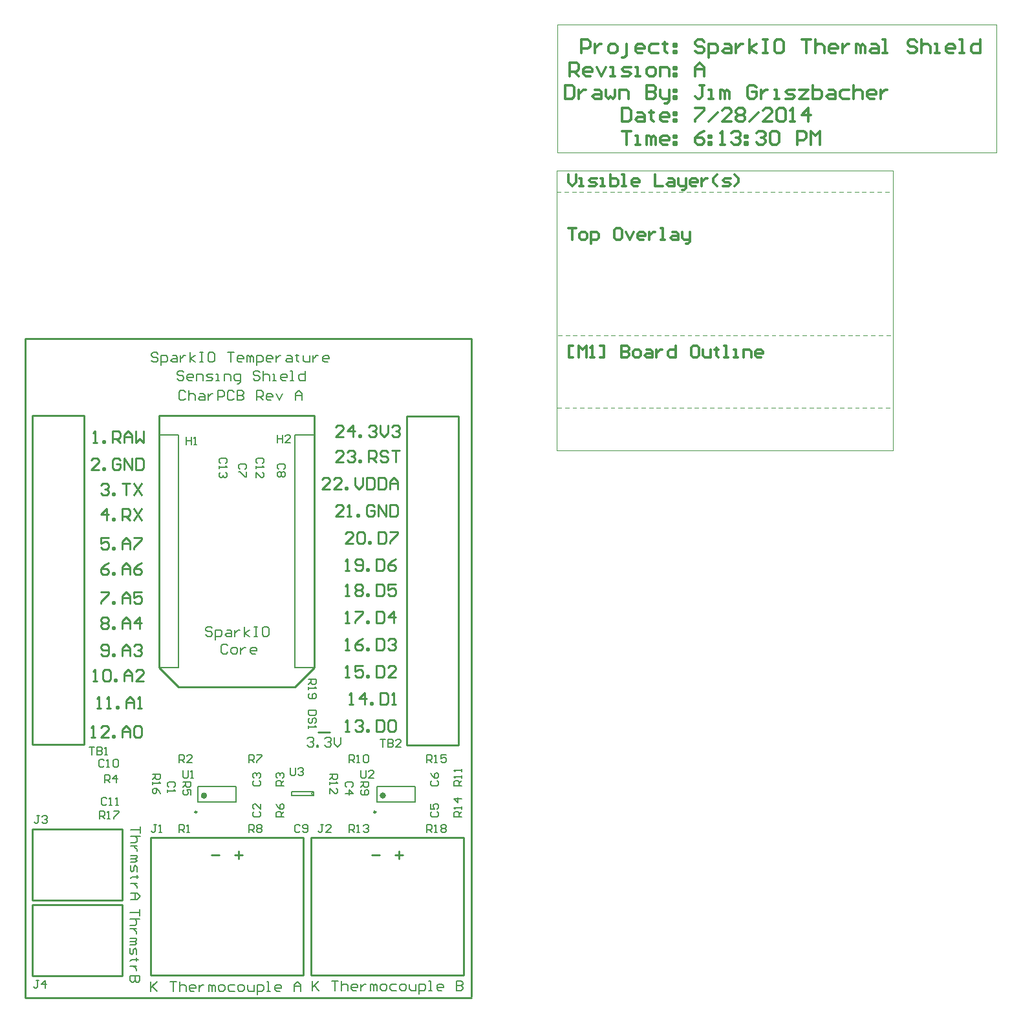
<source format=gto>
%FSLAX25Y25*%
%MOIN*%
G70*
G01*
G75*
%ADD10R,0.02559X0.03740*%
G04:AMPARAMS|DCode=11|XSize=37.4mil|YSize=25.59mil|CornerRadius=6.4mil|HoleSize=0mil|Usage=FLASHONLY|Rotation=270.000|XOffset=0mil|YOffset=0mil|HoleType=Round|Shape=RoundedRectangle|*
%AMROUNDEDRECTD11*
21,1,0.03740,0.01280,0,0,270.0*
21,1,0.02461,0.02559,0,0,270.0*
1,1,0.01280,-0.00640,-0.01230*
1,1,0.01280,-0.00640,0.01230*
1,1,0.01280,0.00640,0.01230*
1,1,0.01280,0.00640,-0.01230*
%
%ADD11ROUNDEDRECTD11*%
%ADD12O,0.02362X0.07480*%
%ADD13R,0.03900X0.04300*%
%ADD14C,0.04000*%
%ADD15R,0.04300X0.03900*%
%ADD16C,0.01000*%
%ADD17C,0.01500*%
%ADD18C,0.02000*%
%ADD19C,0.01200*%
%ADD20C,0.00394*%
%ADD21C,0.07087*%
%ADD22R,0.07087X0.07087*%
%ADD23C,0.09449*%
%ADD24C,0.05906*%
%ADD25R,0.05906X0.05906*%
%ADD26C,0.08661*%
%ADD27C,0.31496*%
%ADD28C,0.01800*%
%ADD29C,0.00787*%
%ADD30C,0.00984*%
%ADD31C,0.01575*%
%ADD32C,0.00700*%
%ADD33C,0.00800*%
D16*
X407614Y392685D02*
X434386D01*
Y223000D02*
Y392685D01*
X407614Y223000D02*
Y392685D01*
Y223000D02*
X434386D01*
X358268Y175197D02*
X437008D01*
X358268Y104354D02*
Y175197D01*
Y104354D02*
X437008D01*
Y175197D01*
X260906Y104100D02*
Y140654D01*
X214646Y104100D02*
X260906D01*
X214646D02*
Y140654D01*
X260906D01*
X214614Y223315D02*
X241386D01*
X214614D02*
Y393000D01*
X241386Y223315D02*
Y393000D01*
X214614D02*
X241386D01*
X260906Y143100D02*
Y179654D01*
X214646Y143100D02*
X260906D01*
X214646D02*
Y179654D01*
X260906D01*
X275590Y175197D02*
X354331D01*
X275590Y104354D02*
Y175197D01*
Y104354D02*
X354331D01*
Y175197D01*
X361900Y229700D02*
X368100D01*
X360000Y263000D02*
Y393000D01*
X350000Y253000D02*
X360000Y263000D01*
X290000Y253000D02*
X350000D01*
X280000Y263000D02*
X290000Y253000D01*
X280000Y263000D02*
Y393000D01*
X360000D01*
X389764Y166385D02*
X393762D01*
X401575D02*
X405574D01*
X403574Y168384D02*
Y164385D01*
X307087Y166385D02*
X311085D01*
X318898D02*
X322896D01*
X320897Y168384D02*
Y164385D01*
X376000Y230000D02*
X377999D01*
X377000D01*
Y235998D01*
X376000Y234998D01*
X380998D02*
X381998Y235998D01*
X383997D01*
X384997Y234998D01*
Y233999D01*
X383997Y232999D01*
X382998D01*
X383997D01*
X384997Y231999D01*
Y231000D01*
X383997Y230000D01*
X381998D01*
X380998Y231000D01*
X386996Y230000D02*
Y231000D01*
X387996D01*
Y230000D01*
X386996D01*
X391995Y235998D02*
Y230000D01*
X394994D01*
X395993Y231000D01*
Y234998D01*
X394994Y235998D01*
X391995D01*
X397993Y234998D02*
X398993Y235998D01*
X400992D01*
X401992Y234998D01*
Y231000D01*
X400992Y230000D01*
X398993D01*
X397993Y231000D01*
Y234998D01*
X378000Y244000D02*
X379999D01*
X379000D01*
Y249998D01*
X378000Y248998D01*
X385997Y244000D02*
Y249998D01*
X382998Y246999D01*
X386997D01*
X388996Y244000D02*
Y245000D01*
X389996D01*
Y244000D01*
X388996D01*
X393995Y249998D02*
Y244000D01*
X396994D01*
X397993Y245000D01*
Y248998D01*
X396994Y249998D01*
X393995D01*
X399993Y244000D02*
X401992D01*
X400993D01*
Y249998D01*
X399993Y248998D01*
X376000Y258000D02*
X377999D01*
X377000D01*
Y263998D01*
X376000Y262998D01*
X384997Y263998D02*
X380998D01*
Y260999D01*
X382998Y261999D01*
X383997D01*
X384997Y260999D01*
Y259000D01*
X383997Y258000D01*
X381998D01*
X380998Y259000D01*
X386996Y258000D02*
Y259000D01*
X387996D01*
Y258000D01*
X386996D01*
X391995Y263998D02*
Y258000D01*
X394994D01*
X395993Y259000D01*
Y262998D01*
X394994Y263998D01*
X391995D01*
X401992Y258000D02*
X397993D01*
X401992Y261999D01*
Y262998D01*
X400992Y263998D01*
X398993D01*
X397993Y262998D01*
X376000Y272000D02*
X377999D01*
X377000D01*
Y277998D01*
X376000Y276998D01*
X384997Y277998D02*
X382998Y276998D01*
X380998Y274999D01*
Y273000D01*
X381998Y272000D01*
X383997D01*
X384997Y273000D01*
Y273999D01*
X383997Y274999D01*
X380998D01*
X386996Y272000D02*
Y273000D01*
X387996D01*
Y272000D01*
X386996D01*
X391995Y277998D02*
Y272000D01*
X394994D01*
X395993Y273000D01*
Y276998D01*
X394994Y277998D01*
X391995D01*
X397993Y276998D02*
X398993Y277998D01*
X400992D01*
X401992Y276998D01*
Y275999D01*
X400992Y274999D01*
X399992D01*
X400992D01*
X401992Y273999D01*
Y273000D01*
X400992Y272000D01*
X398993D01*
X397993Y273000D01*
X376000Y286000D02*
X377999D01*
X377000D01*
Y291998D01*
X376000Y290998D01*
X380998Y291998D02*
X384997D01*
Y290998D01*
X380998Y287000D01*
Y286000D01*
X386996D02*
Y287000D01*
X387996D01*
Y286000D01*
X386996D01*
X391995Y291998D02*
Y286000D01*
X394994D01*
X395993Y287000D01*
Y290998D01*
X394994Y291998D01*
X391995D01*
X400992Y286000D02*
Y291998D01*
X397993Y288999D01*
X401992D01*
X376000Y300000D02*
X377999D01*
X377000D01*
Y305998D01*
X376000Y304998D01*
X380998D02*
X381998Y305998D01*
X383997D01*
X384997Y304998D01*
Y303999D01*
X383997Y302999D01*
X384997Y301999D01*
Y301000D01*
X383997Y300000D01*
X381998D01*
X380998Y301000D01*
Y301999D01*
X381998Y302999D01*
X380998Y303999D01*
Y304998D01*
X381998Y302999D02*
X383997D01*
X386996Y300000D02*
Y301000D01*
X387996D01*
Y300000D01*
X386996D01*
X391995Y305998D02*
Y300000D01*
X394994D01*
X395993Y301000D01*
Y304998D01*
X394994Y305998D01*
X391995D01*
X401992D02*
X397993D01*
Y302999D01*
X399992Y303999D01*
X400992D01*
X401992Y302999D01*
Y301000D01*
X400992Y300000D01*
X398993D01*
X397993Y301000D01*
X376000Y313000D02*
X377999D01*
X377000D01*
Y318998D01*
X376000Y317998D01*
X380998Y314000D02*
X381998Y313000D01*
X383997D01*
X384997Y314000D01*
Y317998D01*
X383997Y318998D01*
X381998D01*
X380998Y317998D01*
Y316999D01*
X381998Y315999D01*
X384997D01*
X386996Y313000D02*
Y314000D01*
X387996D01*
Y313000D01*
X386996D01*
X391995Y318998D02*
Y313000D01*
X394994D01*
X395993Y314000D01*
Y317998D01*
X394994Y318998D01*
X391995D01*
X401992D02*
X399992Y317998D01*
X397993Y315999D01*
Y314000D01*
X398993Y313000D01*
X400992D01*
X401992Y314000D01*
Y314999D01*
X400992Y315999D01*
X397993D01*
X379999Y327000D02*
X376000D01*
X379999Y330999D01*
Y331998D01*
X378999Y332998D01*
X377000D01*
X376000Y331998D01*
X381998D02*
X382998Y332998D01*
X384997D01*
X385997Y331998D01*
Y328000D01*
X384997Y327000D01*
X382998D01*
X381998Y328000D01*
Y331998D01*
X387996Y327000D02*
Y328000D01*
X388996D01*
Y327000D01*
X387996D01*
X392994Y332998D02*
Y327000D01*
X395993D01*
X396993Y328000D01*
Y331998D01*
X395993Y332998D01*
X392994D01*
X398993D02*
X402991D01*
Y331998D01*
X398993Y328000D01*
Y327000D01*
X374999Y341000D02*
X371000D01*
X374999Y344999D01*
Y345998D01*
X373999Y346998D01*
X372000D01*
X371000Y345998D01*
X376998Y341000D02*
X378997D01*
X377998D01*
Y346998D01*
X376998Y345998D01*
X381996Y341000D02*
Y342000D01*
X382996D01*
Y341000D01*
X381996D01*
X390993Y345998D02*
X389994Y346998D01*
X387995D01*
X386995Y345998D01*
Y342000D01*
X387995Y341000D01*
X389994D01*
X390993Y342000D01*
Y343999D01*
X388994D01*
X392993Y341000D02*
Y346998D01*
X396992Y341000D01*
Y346998D01*
X398991D02*
Y341000D01*
X401990D01*
X402990Y342000D01*
Y345998D01*
X401990Y346998D01*
X398991D01*
X367999Y355000D02*
X364000D01*
X367999Y358999D01*
Y359998D01*
X366999Y360998D01*
X365000D01*
X364000Y359998D01*
X373997Y355000D02*
X369998D01*
X373997Y358999D01*
Y359998D01*
X372997Y360998D01*
X370998D01*
X369998Y359998D01*
X375996Y355000D02*
Y356000D01*
X376996D01*
Y355000D01*
X375996D01*
X380995Y360998D02*
Y356999D01*
X382994Y355000D01*
X384993Y356999D01*
Y360998D01*
X386993D02*
Y355000D01*
X389992D01*
X390991Y356000D01*
Y359998D01*
X389992Y360998D01*
X386993D01*
X392991D02*
Y355000D01*
X395990D01*
X396989Y356000D01*
Y359998D01*
X395990Y360998D01*
X392991D01*
X398989Y355000D02*
Y358999D01*
X400988Y360998D01*
X402987Y358999D01*
Y355000D01*
Y357999D01*
X398989D01*
X374999Y369000D02*
X371000D01*
X374999Y372999D01*
Y373998D01*
X373999Y374998D01*
X372000D01*
X371000Y373998D01*
X376998D02*
X377998Y374998D01*
X379997D01*
X380997Y373998D01*
Y372999D01*
X379997Y371999D01*
X378997D01*
X379997D01*
X380997Y370999D01*
Y370000D01*
X379997Y369000D01*
X377998D01*
X376998Y370000D01*
X382996Y369000D02*
Y370000D01*
X383996D01*
Y369000D01*
X382996D01*
X387995D02*
Y374998D01*
X390993D01*
X391993Y373998D01*
Y371999D01*
X390993Y370999D01*
X387995D01*
X389994D02*
X391993Y369000D01*
X397991Y373998D02*
X396992Y374998D01*
X394992D01*
X393993Y373998D01*
Y372999D01*
X394992Y371999D01*
X396992D01*
X397991Y370999D01*
Y370000D01*
X396992Y369000D01*
X394992D01*
X393993Y370000D01*
X399991Y374998D02*
X403989D01*
X401990D01*
Y369000D01*
X374999Y382000D02*
X371000D01*
X374999Y385999D01*
Y386998D01*
X373999Y387998D01*
X372000D01*
X371000Y386998D01*
X379997Y382000D02*
Y387998D01*
X376998Y384999D01*
X380997D01*
X382996Y382000D02*
Y383000D01*
X383996D01*
Y382000D01*
X382996D01*
X387995Y386998D02*
X388994Y387998D01*
X390993D01*
X391993Y386998D01*
Y385999D01*
X390993Y384999D01*
X389994D01*
X390993D01*
X391993Y383999D01*
Y383000D01*
X390993Y382000D01*
X388994D01*
X387995Y383000D01*
X393993Y387998D02*
Y383999D01*
X395992Y382000D01*
X397991Y383999D01*
Y387998D01*
X399991Y386998D02*
X400990Y387998D01*
X402990D01*
X403989Y386998D01*
Y385999D01*
X402990Y384999D01*
X401990D01*
X402990D01*
X403989Y383999D01*
Y383000D01*
X402990Y382000D01*
X400990D01*
X399991Y383000D01*
X245000Y227000D02*
X246999D01*
X246000D01*
Y232998D01*
X245000Y231998D01*
X253997Y227000D02*
X249998D01*
X253997Y230999D01*
Y231998D01*
X252997Y232998D01*
X250998D01*
X249998Y231998D01*
X255996Y227000D02*
Y228000D01*
X256996D01*
Y227000D01*
X255996D01*
X260995D02*
Y230999D01*
X262994Y232998D01*
X264994Y230999D01*
Y227000D01*
Y229999D01*
X260995D01*
X266993Y231998D02*
X267993Y232998D01*
X269992D01*
X270992Y231998D01*
Y228000D01*
X269992Y227000D01*
X267993D01*
X266993Y228000D01*
Y231998D01*
X248000Y242000D02*
X249999D01*
X249000D01*
Y247998D01*
X248000Y246998D01*
X252998Y242000D02*
X254998D01*
X253998D01*
Y247998D01*
X252998Y246998D01*
X257997Y242000D02*
Y243000D01*
X258996D01*
Y242000D01*
X257997D01*
X262995D02*
Y245999D01*
X264995Y247998D01*
X266994Y245999D01*
Y242000D01*
Y244999D01*
X262995D01*
X268993Y242000D02*
X270992D01*
X269993D01*
Y247998D01*
X268993Y246998D01*
X246000Y256000D02*
X247999D01*
X247000D01*
Y261998D01*
X246000Y260998D01*
X250998D02*
X251998Y261998D01*
X253997D01*
X254997Y260998D01*
Y257000D01*
X253997Y256000D01*
X251998D01*
X250998Y257000D01*
Y260998D01*
X256996Y256000D02*
Y257000D01*
X257996D01*
Y256000D01*
X256996D01*
X261995D02*
Y259999D01*
X263994Y261998D01*
X265993Y259999D01*
Y256000D01*
Y258999D01*
X261995D01*
X271992Y256000D02*
X267993D01*
X271992Y259999D01*
Y260998D01*
X270992Y261998D01*
X268993D01*
X267993Y260998D01*
X250000Y270000D02*
X251000Y269000D01*
X252999D01*
X253999Y270000D01*
Y273998D01*
X252999Y274998D01*
X251000D01*
X250000Y273998D01*
Y272999D01*
X251000Y271999D01*
X253999D01*
X255998Y269000D02*
Y270000D01*
X256998D01*
Y269000D01*
X255998D01*
X260996D02*
Y272999D01*
X262996Y274998D01*
X264995Y272999D01*
Y269000D01*
Y271999D01*
X260996D01*
X266995Y273998D02*
X267994Y274998D01*
X269993D01*
X270993Y273998D01*
Y272999D01*
X269993Y271999D01*
X268994D01*
X269993D01*
X270993Y270999D01*
Y270000D01*
X269993Y269000D01*
X267994D01*
X266995Y270000D01*
X250000Y287998D02*
X251000Y288998D01*
X252999D01*
X253999Y287998D01*
Y286999D01*
X252999Y285999D01*
X253999Y284999D01*
Y284000D01*
X252999Y283000D01*
X251000D01*
X250000Y284000D01*
Y284999D01*
X251000Y285999D01*
X250000Y286999D01*
Y287998D01*
X251000Y285999D02*
X252999D01*
X255998Y283000D02*
Y284000D01*
X256998D01*
Y283000D01*
X255998D01*
X260996D02*
Y286999D01*
X262996Y288998D01*
X264995Y286999D01*
Y283000D01*
Y285999D01*
X260996D01*
X269993Y283000D02*
Y288998D01*
X266995Y285999D01*
X270993D01*
X250000Y301998D02*
X253999D01*
Y300998D01*
X250000Y297000D01*
Y296000D01*
X255998D02*
Y297000D01*
X256998D01*
Y296000D01*
X255998D01*
X260996D02*
Y299999D01*
X262996Y301998D01*
X264995Y299999D01*
Y296000D01*
Y298999D01*
X260996D01*
X270993Y301998D02*
X266995D01*
Y298999D01*
X268994Y299999D01*
X269993D01*
X270993Y298999D01*
Y297000D01*
X269993Y296000D01*
X267994D01*
X266995Y297000D01*
X253999Y316998D02*
X251999Y315998D01*
X250000Y313999D01*
Y312000D01*
X251000Y311000D01*
X252999D01*
X253999Y312000D01*
Y312999D01*
X252999Y313999D01*
X250000D01*
X255998Y311000D02*
Y312000D01*
X256998D01*
Y311000D01*
X255998D01*
X260996D02*
Y314999D01*
X262996Y316998D01*
X264995Y314999D01*
Y311000D01*
Y313999D01*
X260996D01*
X270993Y316998D02*
X268994Y315998D01*
X266995Y313999D01*
Y312000D01*
X267994Y311000D01*
X269993D01*
X270993Y312000D01*
Y312999D01*
X269993Y313999D01*
X266995D01*
X253999Y329998D02*
X250000D01*
Y326999D01*
X251999Y327999D01*
X252999D01*
X253999Y326999D01*
Y325000D01*
X252999Y324000D01*
X251000D01*
X250000Y325000D01*
X255998Y324000D02*
Y325000D01*
X256998D01*
Y324000D01*
X255998D01*
X260996D02*
Y327999D01*
X262996Y329998D01*
X264995Y327999D01*
Y324000D01*
Y326999D01*
X260996D01*
X266995Y329998D02*
X270993D01*
Y328998D01*
X266995Y325000D01*
Y324000D01*
X252999Y339000D02*
Y344998D01*
X250000Y341999D01*
X253999D01*
X255998Y339000D02*
Y340000D01*
X256998D01*
Y339000D01*
X255998D01*
X260996D02*
Y344998D01*
X263996D01*
X264995Y343998D01*
Y341999D01*
X263996Y340999D01*
X260996D01*
X262996D02*
X264995Y339000D01*
X266995Y344998D02*
X270993Y339000D01*
Y344998D02*
X266995Y339000D01*
X250000Y356998D02*
X251000Y357998D01*
X252999D01*
X253999Y356998D01*
Y355999D01*
X252999Y354999D01*
X251999D01*
X252999D01*
X253999Y353999D01*
Y353000D01*
X252999Y352000D01*
X251000D01*
X250000Y353000D01*
X255998Y352000D02*
Y353000D01*
X256998D01*
Y352000D01*
X255998D01*
X260996Y357998D02*
X264995D01*
X262996D01*
Y352000D01*
X266995Y357998D02*
X270993Y352000D01*
Y357998D02*
X266995Y352000D01*
X248999Y365000D02*
X245000D01*
X248999Y368999D01*
Y369998D01*
X247999Y370998D01*
X246000D01*
X245000Y369998D01*
X250998Y365000D02*
Y366000D01*
X251998D01*
Y365000D01*
X250998D01*
X259995Y369998D02*
X258996Y370998D01*
X256996D01*
X255996Y369998D01*
Y366000D01*
X256996Y365000D01*
X258996D01*
X259995Y366000D01*
Y367999D01*
X257996D01*
X261995Y365000D02*
Y370998D01*
X265993Y365000D01*
Y370998D01*
X267993D02*
Y365000D01*
X270992D01*
X271991Y366000D01*
Y369998D01*
X270992Y370998D01*
X267993D01*
X246000Y379000D02*
X247999D01*
X247000D01*
Y384998D01*
X246000Y383998D01*
X250998Y379000D02*
Y380000D01*
X251998D01*
Y379000D01*
X250998D01*
X255997D02*
Y384998D01*
X258996D01*
X259996Y383998D01*
Y381999D01*
X258996Y380999D01*
X255997D01*
X257996D02*
X259996Y379000D01*
X261995D02*
Y382999D01*
X263994Y384998D01*
X265993Y382999D01*
Y379000D01*
Y381999D01*
X261995D01*
X267993Y384998D02*
Y379000D01*
X269992Y380999D01*
X271992Y379000D01*
Y384998D01*
X211000Y92700D02*
Y432700D01*
X441000D01*
Y93200D02*
Y432700D01*
X211000Y92700D02*
X441000D01*
D19*
X490800Y489498D02*
X494799D01*
X492799D01*
Y483500D01*
X497798D02*
X499797D01*
X500797Y484500D01*
Y486499D01*
X499797Y487499D01*
X497798D01*
X496798Y486499D01*
Y484500D01*
X497798Y483500D01*
X502796Y481501D02*
Y487499D01*
X505795D01*
X506795Y486499D01*
Y484500D01*
X505795Y483500D01*
X502796D01*
X517791Y489498D02*
X515792D01*
X514792Y488498D01*
Y484500D01*
X515792Y483500D01*
X517791D01*
X518791Y484500D01*
Y488498D01*
X517791Y489498D01*
X520790Y487499D02*
X522790Y483500D01*
X524789Y487499D01*
X529787Y483500D02*
X527788D01*
X526788Y484500D01*
Y486499D01*
X527788Y487499D01*
X529787D01*
X530787Y486499D01*
Y485499D01*
X526788D01*
X532786Y487499D02*
Y483500D01*
Y485499D01*
X533786Y486499D01*
X534786Y487499D01*
X535785D01*
X538785Y483500D02*
X540784D01*
X539784D01*
Y489498D01*
X538785D01*
X544782Y487499D02*
X546782D01*
X547782Y486499D01*
Y483500D01*
X544782D01*
X543783Y484500D01*
X544782Y485499D01*
X547782D01*
X549781Y487499D02*
Y484500D01*
X550781Y483500D01*
X553780D01*
Y482500D01*
X552780Y481501D01*
X551780D01*
X553780Y483500D02*
Y487499D01*
X556329Y551495D02*
X560994D01*
Y550329D01*
X556329Y545664D01*
Y544498D01*
X563327D02*
X567992Y549163D01*
X574990Y544498D02*
X570325D01*
X574990Y549163D01*
Y550329D01*
X573823Y551495D01*
X571491D01*
X570325Y550329D01*
X577322D02*
X578489Y551495D01*
X580821D01*
X581987Y550329D01*
Y549163D01*
X580821Y547997D01*
X581987Y546830D01*
Y545664D01*
X580821Y544498D01*
X578489D01*
X577322Y545664D01*
Y546830D01*
X578489Y547997D01*
X577322Y549163D01*
Y550329D01*
X578489Y547997D02*
X580821D01*
X584320Y544498D02*
X588985Y549163D01*
X595983Y544498D02*
X591318D01*
X595983Y549163D01*
Y550329D01*
X594817Y551495D01*
X592484D01*
X591318Y550329D01*
X598315D02*
X599482Y551495D01*
X601814D01*
X602981Y550329D01*
Y545664D01*
X601814Y544498D01*
X599482D01*
X598315Y545664D01*
Y550329D01*
X605313Y544498D02*
X607646D01*
X606480D01*
Y551495D01*
X605313Y550329D01*
X614644Y544498D02*
Y551495D01*
X611145Y547997D01*
X615810D01*
X560994Y539684D02*
X558662Y538518D01*
X556329Y536186D01*
Y533853D01*
X557495Y532687D01*
X559828D01*
X560994Y533853D01*
Y535019D01*
X559828Y536186D01*
X556329D01*
X563327Y537352D02*
X564493D01*
Y536186D01*
X563327D01*
Y537352D01*
Y533853D02*
X564493D01*
Y532687D01*
X563327D01*
Y533853D01*
X569158Y532687D02*
X571491D01*
X570325D01*
Y539684D01*
X569158Y538518D01*
X574990D02*
X576156Y539684D01*
X578489D01*
X579655Y538518D01*
Y537352D01*
X578489Y536186D01*
X577322D01*
X578489D01*
X579655Y535019D01*
Y533853D01*
X578489Y532687D01*
X576156D01*
X574990Y533853D01*
X581987Y537352D02*
X583154D01*
Y536186D01*
X581987D01*
Y537352D01*
Y533853D02*
X583154D01*
Y532687D01*
X581987D01*
Y533853D01*
X587819Y538518D02*
X588985Y539684D01*
X591318D01*
X592484Y538518D01*
Y537352D01*
X591318Y536186D01*
X590152D01*
X591318D01*
X592484Y535019D01*
Y533853D01*
X591318Y532687D01*
X588985D01*
X587819Y533853D01*
X594817Y538518D02*
X595983Y539684D01*
X598315D01*
X599482Y538518D01*
Y533853D01*
X598315Y532687D01*
X595983D01*
X594817Y533853D01*
Y538518D01*
X608812Y532687D02*
Y539684D01*
X612311D01*
X613477Y538518D01*
Y536186D01*
X612311Y535019D01*
X608812D01*
X615810Y532687D02*
Y539684D01*
X618143Y537352D01*
X620475Y539684D01*
Y532687D01*
X560994Y563306D02*
X558662D01*
X559828D01*
Y557475D01*
X558662Y556309D01*
X557495D01*
X556329Y557475D01*
X563327Y556309D02*
X565659D01*
X564493D01*
Y560974D01*
X563327D01*
X569158Y556309D02*
Y560974D01*
X570325D01*
X571491Y559807D01*
Y556309D01*
Y559807D01*
X572657Y560974D01*
X573823Y559807D01*
Y556309D01*
X587819Y562140D02*
X586653Y563306D01*
X584320D01*
X583154Y562140D01*
Y557475D01*
X584320Y556309D01*
X586653D01*
X587819Y557475D01*
Y559807D01*
X585486D01*
X590152Y560974D02*
Y556309D01*
Y558641D01*
X591318Y559807D01*
X592484Y560974D01*
X593650D01*
X597149Y556309D02*
X599482D01*
X598315D01*
Y560974D01*
X597149D01*
X602981Y556309D02*
X606480D01*
X607646Y557475D01*
X606480Y558641D01*
X604147D01*
X602981Y559807D01*
X604147Y560974D01*
X607646D01*
X609978D02*
X614644D01*
X609978Y556309D01*
X614644D01*
X616976Y563306D02*
Y556309D01*
X620475D01*
X621641Y557475D01*
Y558641D01*
Y559807D01*
X620475Y560974D01*
X616976D01*
X625140D02*
X627473D01*
X628639Y559807D01*
Y556309D01*
X625140D01*
X623974Y557475D01*
X625140Y558641D01*
X628639D01*
X635637Y560974D02*
X632138D01*
X630972Y559807D01*
Y557475D01*
X632138Y556309D01*
X635637D01*
X637969Y563306D02*
Y556309D01*
Y559807D01*
X639136Y560974D01*
X641468D01*
X642634Y559807D01*
Y556309D01*
X648466D02*
X646133D01*
X644967Y557475D01*
Y559807D01*
X646133Y560974D01*
X648466D01*
X649632Y559807D01*
Y558641D01*
X644967D01*
X651965Y560974D02*
Y556309D01*
Y558641D01*
X653131Y559807D01*
X654297Y560974D01*
X655464D01*
X556329Y568120D02*
Y572785D01*
X558662Y575117D01*
X560994Y572785D01*
Y568120D01*
Y571619D01*
X556329D01*
X560994Y585762D02*
X559828Y586928D01*
X557495D01*
X556329Y585762D01*
Y584596D01*
X557495Y583430D01*
X559828D01*
X560994Y582263D01*
Y581097D01*
X559828Y579931D01*
X557495D01*
X556329Y581097D01*
X563327Y577598D02*
Y584596D01*
X566826D01*
X567992Y583430D01*
Y581097D01*
X566826Y579931D01*
X563327D01*
X571491Y584596D02*
X573823D01*
X574990Y583430D01*
Y579931D01*
X571491D01*
X570325Y581097D01*
X571491Y582263D01*
X574990D01*
X577322Y584596D02*
Y579931D01*
Y582263D01*
X578489Y583430D01*
X579655Y584596D01*
X580821D01*
X584320Y579931D02*
Y586928D01*
Y582263D02*
X587819Y584596D01*
X584320Y582263D02*
X587819Y579931D01*
X591318Y586928D02*
X593650D01*
X592484D01*
Y579931D01*
X591318D01*
X593650D01*
X600648Y586928D02*
X598315D01*
X597149Y585762D01*
Y581097D01*
X598315Y579931D01*
X600648D01*
X601814Y581097D01*
Y585762D01*
X600648Y586928D01*
X611145D02*
X615810D01*
X613477D01*
Y579931D01*
X618143Y586928D02*
Y579931D01*
Y583430D01*
X619309Y584596D01*
X621641D01*
X622808Y583430D01*
Y579931D01*
X628639D02*
X626306D01*
X625140Y581097D01*
Y583430D01*
X626306Y584596D01*
X628639D01*
X629805Y583430D01*
Y582263D01*
X625140D01*
X632138Y584596D02*
Y579931D01*
Y582263D01*
X633304Y583430D01*
X634471Y584596D01*
X635637D01*
X639136Y579931D02*
Y584596D01*
X640302D01*
X641468Y583430D01*
Y579931D01*
Y583430D01*
X642634Y584596D01*
X643801Y583430D01*
Y579931D01*
X647300Y584596D02*
X649632D01*
X650799Y583430D01*
Y579931D01*
X647300D01*
X646133Y581097D01*
X647300Y582263D01*
X650799D01*
X653131Y579931D02*
X655464D01*
X654297D01*
Y586928D01*
X653131D01*
X670625Y585762D02*
X669459Y586928D01*
X667127D01*
X665960Y585762D01*
Y584596D01*
X667127Y583430D01*
X669459D01*
X670625Y582263D01*
Y581097D01*
X669459Y579931D01*
X667127D01*
X665960Y581097D01*
X672958Y586928D02*
Y579931D01*
Y583430D01*
X674124Y584596D01*
X676457D01*
X677623Y583430D01*
Y579931D01*
X679956D02*
X682288D01*
X681122D01*
Y584596D01*
X679956D01*
X689286Y579931D02*
X686954D01*
X685787Y581097D01*
Y583430D01*
X686954Y584596D01*
X689286D01*
X690452Y583430D01*
Y582263D01*
X685787D01*
X692785Y579931D02*
X695118D01*
X693951D01*
Y586928D01*
X692785D01*
X703282D02*
Y579931D01*
X699783D01*
X698617Y581097D01*
Y583430D01*
X699783Y584596D01*
X703282D01*
X518557Y539684D02*
X523222D01*
X520890D01*
Y532687D01*
X525555D02*
X527887D01*
X526721D01*
Y537352D01*
X525555D01*
X531386Y532687D02*
Y537352D01*
X532553D01*
X533719Y536186D01*
Y532687D01*
Y536186D01*
X534885Y537352D01*
X536052Y536186D01*
Y532687D01*
X541883D02*
X539550D01*
X538384Y533853D01*
Y536186D01*
X539550Y537352D01*
X541883D01*
X543049Y536186D01*
Y535019D01*
X538384D01*
X545382Y537352D02*
X546548D01*
Y536186D01*
X545382D01*
Y537352D01*
Y533853D02*
X546548D01*
Y532687D01*
X545382D01*
Y533853D01*
X518557Y551495D02*
Y544498D01*
X522056D01*
X523222Y545664D01*
Y550329D01*
X522056Y551495D01*
X518557D01*
X526721Y549163D02*
X529054D01*
X530220Y547997D01*
Y544498D01*
X526721D01*
X525555Y545664D01*
X526721Y546830D01*
X530220D01*
X533719Y550329D02*
Y549163D01*
X532553D01*
X534885D01*
X533719D01*
Y545664D01*
X534885Y544498D01*
X541883D02*
X539550D01*
X538384Y545664D01*
Y547997D01*
X539550Y549163D01*
X541883D01*
X543049Y547997D01*
Y546830D01*
X538384D01*
X545382Y549163D02*
X546548D01*
Y547997D01*
X545382D01*
Y549163D01*
Y545664D02*
X546548D01*
Y544498D01*
X545382D01*
Y545664D01*
X489400Y563306D02*
Y556309D01*
X492899D01*
X494065Y557475D01*
Y562140D01*
X492899Y563306D01*
X489400D01*
X496398Y560974D02*
Y556309D01*
Y558641D01*
X497564Y559807D01*
X498730Y560974D01*
X499897D01*
X504562D02*
X506894D01*
X508061Y559807D01*
Y556309D01*
X504562D01*
X503395Y557475D01*
X504562Y558641D01*
X508061D01*
X510393Y560974D02*
Y557475D01*
X511559Y556309D01*
X512726Y557475D01*
X513892Y556309D01*
X515058Y557475D01*
Y560974D01*
X517391Y556309D02*
Y560974D01*
X520890D01*
X522056Y559807D01*
Y556309D01*
X531386Y563306D02*
Y556309D01*
X534885D01*
X536052Y557475D01*
Y558641D01*
X534885Y559807D01*
X531386D01*
X534885D01*
X536052Y560974D01*
Y562140D01*
X534885Y563306D01*
X531386D01*
X538384Y560974D02*
Y557475D01*
X539550Y556309D01*
X543049D01*
Y555142D01*
X541883Y553976D01*
X540717D01*
X543049Y556309D02*
Y560974D01*
X545382D02*
X546548D01*
Y559807D01*
X545382D01*
Y560974D01*
Y557475D02*
X546548D01*
Y556309D01*
X545382D01*
Y557475D01*
X491733Y568120D02*
Y575117D01*
X495231D01*
X496398Y573951D01*
Y571619D01*
X495231Y570452D01*
X491733D01*
X494065D02*
X496398Y568120D01*
X502229D02*
X499897D01*
X498730Y569286D01*
Y571619D01*
X499897Y572785D01*
X502229D01*
X503395Y571619D01*
Y570452D01*
X498730D01*
X505728Y572785D02*
X508061Y568120D01*
X510393Y572785D01*
X512726Y568120D02*
X515058D01*
X513892D01*
Y572785D01*
X512726D01*
X518557Y568120D02*
X522056D01*
X523222Y569286D01*
X522056Y570452D01*
X519724D01*
X518557Y571619D01*
X519724Y572785D01*
X523222D01*
X525555Y568120D02*
X527887D01*
X526721D01*
Y572785D01*
X525555D01*
X532553Y568120D02*
X534885D01*
X536052Y569286D01*
Y571619D01*
X534885Y572785D01*
X532553D01*
X531386Y571619D01*
Y569286D01*
X532553Y568120D01*
X538384D02*
Y572785D01*
X541883D01*
X543049Y571619D01*
Y568120D01*
X545382Y572785D02*
X546548D01*
Y571619D01*
X545382D01*
Y572785D01*
Y569286D02*
X546548D01*
Y568120D01*
X545382D01*
Y569286D01*
X497564Y579931D02*
Y586928D01*
X501063D01*
X502229Y585762D01*
Y583430D01*
X501063Y582263D01*
X497564D01*
X504562Y584596D02*
Y579931D01*
Y582263D01*
X505728Y583430D01*
X506894Y584596D01*
X508061D01*
X512726Y579931D02*
X515058D01*
X516225Y581097D01*
Y583430D01*
X515058Y584596D01*
X512726D01*
X511559Y583430D01*
Y581097D01*
X512726Y579931D01*
X518557Y577598D02*
X519724D01*
X520890Y578764D01*
Y584596D01*
X529054Y579931D02*
X526721D01*
X525555Y581097D01*
Y583430D01*
X526721Y584596D01*
X529054D01*
X530220Y583430D01*
Y582263D01*
X525555D01*
X537218Y584596D02*
X533719D01*
X532553Y583430D01*
Y581097D01*
X533719Y579931D01*
X537218D01*
X540717Y585762D02*
Y584596D01*
X539550D01*
X541883D01*
X540717D01*
Y581097D01*
X541883Y579931D01*
X545382Y584596D02*
X546548D01*
Y583430D01*
X545382D01*
Y584596D01*
Y581097D02*
X546548D01*
Y579931D01*
X545382D01*
Y581097D01*
X490800Y517378D02*
Y513379D01*
X492799Y511379D01*
X494799Y513379D01*
Y517378D01*
X496798Y511379D02*
X498797D01*
X497798D01*
Y515378D01*
X496798D01*
X501796Y511379D02*
X504796D01*
X505795Y512379D01*
X504796Y513379D01*
X502796D01*
X501796Y514378D01*
X502796Y515378D01*
X505795D01*
X507795Y511379D02*
X509794D01*
X508794D01*
Y515378D01*
X507795D01*
X512793Y517378D02*
Y511379D01*
X515792D01*
X516792Y512379D01*
Y513379D01*
Y514378D01*
X515792Y515378D01*
X512793D01*
X518791Y511379D02*
X520790D01*
X519791D01*
Y517378D01*
X518791D01*
X526788Y511379D02*
X524789D01*
X523789Y512379D01*
Y514378D01*
X524789Y515378D01*
X526788D01*
X527788Y514378D01*
Y513379D01*
X523789D01*
X535785Y517378D02*
Y511379D01*
X539784D01*
X542783Y515378D02*
X544782D01*
X545782Y514378D01*
Y511379D01*
X542783D01*
X541784Y512379D01*
X542783Y513379D01*
X545782D01*
X547782Y515378D02*
Y512379D01*
X548781Y511379D01*
X551780D01*
Y510380D01*
X550781Y509380D01*
X549781D01*
X551780Y511379D02*
Y515378D01*
X556779Y511379D02*
X554779D01*
X553780Y512379D01*
Y514378D01*
X554779Y515378D01*
X556779D01*
X557778Y514378D01*
Y513379D01*
X553780D01*
X559778Y515378D02*
Y511379D01*
Y513379D01*
X560777Y514378D01*
X561777Y515378D01*
X562777D01*
X567775Y511379D02*
X565776Y513379D01*
Y515378D01*
X567775Y517378D01*
X570774Y511379D02*
X573773D01*
X574773Y512379D01*
X573773Y513379D01*
X571774D01*
X570774Y514378D01*
X571774Y515378D01*
X574773D01*
X576772Y511379D02*
X578771Y513379D01*
Y515378D01*
X576772Y517378D01*
X493399Y422800D02*
X491400D01*
Y428798D01*
X493399D01*
X496398Y422800D02*
Y428798D01*
X498398Y426799D01*
X500397Y428798D01*
Y422800D01*
X502396D02*
X504396D01*
X503396D01*
Y428798D01*
X502396Y427798D01*
X507395Y422800D02*
X509394D01*
Y428798D01*
X507395D01*
X518391D02*
Y422800D01*
X521390D01*
X522390Y423800D01*
Y424799D01*
X521390Y425799D01*
X518391D01*
X521390D01*
X522390Y426799D01*
Y427798D01*
X521390Y428798D01*
X518391D01*
X525389Y422800D02*
X527388D01*
X528388Y423800D01*
Y425799D01*
X527388Y426799D01*
X525389D01*
X524389Y425799D01*
Y423800D01*
X525389Y422800D01*
X531387Y426799D02*
X533386D01*
X534386Y425799D01*
Y422800D01*
X531387D01*
X530387Y423800D01*
X531387Y424799D01*
X534386D01*
X536385Y426799D02*
Y422800D01*
Y424799D01*
X537385Y425799D01*
X538385Y426799D01*
X539385D01*
X546382Y428798D02*
Y422800D01*
X543383D01*
X542383Y423800D01*
Y425799D01*
X543383Y426799D01*
X546382D01*
X557379Y428798D02*
X555379D01*
X554380Y427798D01*
Y423800D01*
X555379Y422800D01*
X557379D01*
X558378Y423800D01*
Y427798D01*
X557379Y428798D01*
X560378Y426799D02*
Y423800D01*
X561377Y422800D01*
X564376D01*
Y426799D01*
X567375Y427798D02*
Y426799D01*
X566376D01*
X568375D01*
X567375D01*
Y423800D01*
X568375Y422800D01*
X571374D02*
X573374D01*
X572374D01*
Y428798D01*
X571374D01*
X576372Y422800D02*
X578372D01*
X577372D01*
Y426799D01*
X576372D01*
X581371Y422800D02*
Y426799D01*
X584370D01*
X585370Y425799D01*
Y422800D01*
X590368D02*
X588369D01*
X587369Y423800D01*
Y425799D01*
X588369Y426799D01*
X590368D01*
X591368Y425799D01*
Y424799D01*
X587369D01*
D20*
X485463Y594700D02*
X711600D01*
Y528750D02*
Y594700D01*
X485463Y528750D02*
X711600D01*
X485463D02*
Y594700D01*
X658191Y507443D02*
Y519253D01*
X484963D02*
X658191D01*
X484963Y507443D02*
Y519253D01*
Y375000D02*
Y507443D01*
Y375000D02*
X658191D01*
Y507443D01*
X484963Y508427D02*
X486932D01*
X488900D02*
X490869D01*
X492837D02*
X494805D01*
X496774D02*
X498742D01*
X500711D02*
X502679D01*
X504648D02*
X506616D01*
X508585D02*
X510554D01*
X512522D02*
X514491D01*
X516459D02*
X518428D01*
X520396D02*
X522365D01*
X524333D02*
X526302D01*
X528270D02*
X530239D01*
X532207D02*
X534176D01*
X536144D02*
X538113D01*
X540081D02*
X542050D01*
X544018D02*
X545987D01*
X547955D02*
X549924D01*
X551892D02*
X553861D01*
X555829D02*
X557798D01*
X559766D02*
X561735D01*
X563703D02*
X565672D01*
X567640D02*
X569609D01*
X571577D02*
X573546D01*
X575514D02*
X577483D01*
X579451D02*
X581420D01*
X583388D02*
X585357D01*
X587325D02*
X589294D01*
X591262D02*
X593231D01*
X595199D02*
X597168D01*
X599136D02*
X601105D01*
X603073D02*
X605042D01*
X607010D02*
X608979D01*
X610947D02*
X612916D01*
X614884D02*
X616853D01*
X618821D02*
X620790D01*
X622758D02*
X624727D01*
X626695D02*
X628664D01*
X630632D02*
X632601D01*
X634569D02*
X636538D01*
X638506D02*
X640475D01*
X642443D02*
X644412D01*
X646380D02*
X648349D01*
X650317D02*
X652286D01*
X654254D02*
X656223D01*
X654854Y434317D02*
X656823D01*
X650917D02*
X652886D01*
X646980D02*
X648949D01*
X643043D02*
X645012D01*
X639106D02*
X641075D01*
X635169D02*
X637138D01*
X631232D02*
X633201D01*
X627295D02*
X629264D01*
X623358D02*
X625327D01*
X619421D02*
X621390D01*
X615484D02*
X617453D01*
X611547D02*
X613516D01*
X607610D02*
X609579D01*
X603673D02*
X605642D01*
X599736D02*
X601705D01*
X595799D02*
X597768D01*
X591862D02*
X593831D01*
X587925D02*
X589894D01*
X583988D02*
X585957D01*
X580051D02*
X582020D01*
X576114D02*
X578083D01*
X572177D02*
X574146D01*
X568240D02*
X570209D01*
X564303D02*
X566272D01*
X560366D02*
X562335D01*
X556429D02*
X558398D01*
X552492D02*
X554461D01*
X548555D02*
X550524D01*
X544618D02*
X546587D01*
X540681D02*
X542650D01*
X536744D02*
X538713D01*
X532807D02*
X534776D01*
X528870D02*
X530839D01*
X524933D02*
X526902D01*
X520996D02*
X522965D01*
X517059D02*
X519028D01*
X513122D02*
X515091D01*
X509185D02*
X511154D01*
X505248D02*
X507217D01*
X501311D02*
X503279D01*
X497374D02*
X499342D01*
X493437D02*
X495405D01*
X489500D02*
X491468D01*
X485563D02*
X487532D01*
X654554Y396877D02*
X656523D01*
X650617D02*
X652586D01*
X646680D02*
X648649D01*
X642743D02*
X644712D01*
X638806D02*
X640775D01*
X634869D02*
X636838D01*
X630932D02*
X632901D01*
X626995D02*
X628964D01*
X623058D02*
X625027D01*
X619121D02*
X621090D01*
X615184D02*
X617153D01*
X611247D02*
X613216D01*
X607310D02*
X609279D01*
X603373D02*
X605342D01*
X599436D02*
X601405D01*
X595499D02*
X597468D01*
X591562D02*
X593531D01*
X587625D02*
X589594D01*
X583688D02*
X585657D01*
X579751D02*
X581720D01*
X575814D02*
X577783D01*
X571877D02*
X573846D01*
X567940D02*
X569909D01*
X564003D02*
X565972D01*
X560066D02*
X562035D01*
X556129D02*
X558098D01*
X552192D02*
X554161D01*
X548255D02*
X550224D01*
X544318D02*
X546287D01*
X540381D02*
X542350D01*
X536444D02*
X538413D01*
X532507D02*
X534476D01*
X528570D02*
X530539D01*
X524633D02*
X526602D01*
X520696D02*
X522665D01*
X516759D02*
X518728D01*
X512822D02*
X514790D01*
X508885D02*
X510853D01*
X504948D02*
X506917D01*
X501011D02*
X502980D01*
X497074D02*
X499043D01*
X493137D02*
X495106D01*
X489200D02*
X491168D01*
X485263D02*
X487231D01*
D29*
X359610Y198935D02*
G03*
X359610Y197065I0J-935D01*
G01*
Y197100D02*
Y198935D01*
Y197065D02*
Y199000D01*
X348390D02*
X359610D01*
X348390Y197100D02*
Y199000D01*
Y197100D02*
X359610D01*
X392158Y193764D02*
X411842D01*
X392158Y201638D02*
X411842D01*
X392158Y193764D02*
Y201638D01*
X411842Y193764D02*
Y201638D01*
X360000Y263000D02*
Y375500D01*
Y383000D01*
X350000D02*
X360000D01*
X350000Y263000D02*
Y383000D01*
Y263000D02*
X360000D01*
X290000D02*
Y375500D01*
Y383000D01*
X280000D02*
X290000D01*
X280000Y263000D02*
Y383000D01*
Y263000D02*
X290000D01*
X299937Y193764D02*
X319622D01*
X299937Y201638D02*
X319622D01*
X299937Y193764D02*
Y201638D01*
X319622Y193764D02*
Y201638D01*
D30*
X391646Y188449D02*
G03*
X391646Y188449I-492J0D01*
G01*
X299425Y188449D02*
G03*
X299425Y188449I-492J0D01*
G01*
D31*
X396094Y196913D02*
G03*
X396094Y196913I-787J0D01*
G01*
X303874Y196914D02*
G03*
X303874Y196914I-787J0D01*
G01*
D32*
X394000Y225999D02*
X396666D01*
X395333D01*
Y222000D01*
X397999Y225999D02*
Y222000D01*
X399998D01*
X400665Y222666D01*
Y223333D01*
X399998Y223999D01*
X397999D01*
X399998D01*
X400665Y224666D01*
Y225332D01*
X399998Y225999D01*
X397999D01*
X404663Y222000D02*
X401997D01*
X404663Y224666D01*
Y225332D01*
X403997Y225999D01*
X402664D01*
X401997Y225332D01*
X347700Y211299D02*
Y207966D01*
X348366Y207300D01*
X349699D01*
X350366Y207966D01*
Y211299D01*
X351699Y210632D02*
X352365Y211299D01*
X353698D01*
X354364Y210632D01*
Y209966D01*
X353698Y209299D01*
X353032D01*
X353698D01*
X354364Y208633D01*
Y207966D01*
X353698Y207300D01*
X352365D01*
X351699Y207966D01*
X384000Y209999D02*
Y206666D01*
X384666Y206000D01*
X385999D01*
X386666Y206666D01*
Y209999D01*
X390665Y206000D02*
X387999D01*
X390665Y208666D01*
Y209332D01*
X389998Y209999D01*
X388665D01*
X387999Y209332D01*
X364666Y181999D02*
X363333D01*
X363999D01*
Y178666D01*
X363333Y178000D01*
X362666D01*
X362000Y178666D01*
X368665Y178000D02*
X365999D01*
X368665Y180666D01*
Y181332D01*
X367998Y181999D01*
X366665D01*
X365999Y181332D01*
X360999Y241000D02*
X357000D01*
Y239001D01*
X357666Y238334D01*
X360332D01*
X360999Y239001D01*
Y241000D01*
X360332Y234335D02*
X360999Y235002D01*
Y236335D01*
X360332Y237001D01*
X359666D01*
X358999Y236335D01*
Y235002D01*
X358333Y234335D01*
X357666D01*
X357000Y235002D01*
Y236335D01*
X357666Y237001D01*
X357000Y233003D02*
Y231670D01*
Y232336D01*
X360999D01*
X360332Y233003D01*
X341000Y382999D02*
Y379000D01*
Y380999D01*
X343666D01*
Y382999D01*
Y379000D01*
X347664D02*
X344999D01*
X347664Y381666D01*
Y382332D01*
X346998Y382999D01*
X345665D01*
X344999Y382332D01*
X217966Y101499D02*
X216633D01*
X217299D01*
Y98166D01*
X216633Y97500D01*
X215966D01*
X215300Y98166D01*
X221298Y97500D02*
Y101499D01*
X219299Y99499D01*
X221965D01*
X357000Y257000D02*
X360999D01*
Y255001D01*
X360332Y254334D01*
X358999D01*
X358333Y255001D01*
Y257000D01*
Y255667D02*
X357000Y254334D01*
Y253001D02*
Y251668D01*
Y252335D01*
X360999D01*
X360332Y253001D01*
X357666Y249669D02*
X357000Y249003D01*
Y247670D01*
X357666Y247003D01*
X360332D01*
X360999Y247670D01*
Y249003D01*
X360332Y249669D01*
X359666D01*
X358999Y249003D01*
Y247003D01*
X287757Y201335D02*
X288424Y202001D01*
Y203334D01*
X287757Y204000D01*
X285091D01*
X284425Y203334D01*
Y202001D01*
X285091Y201335D01*
X284425Y200002D02*
Y198669D01*
Y199335D01*
X288424D01*
X287757Y200002D01*
X329093Y188666D02*
X328426Y188000D01*
Y186667D01*
X329093Y186000D01*
X331758D01*
X332425Y186667D01*
Y188000D01*
X331758Y188666D01*
X332425Y192665D02*
Y189999D01*
X329759Y192665D01*
X329093D01*
X328426Y191998D01*
Y190665D01*
X329093Y189999D01*
Y204666D02*
X328426Y204000D01*
Y202667D01*
X329093Y202000D01*
X331758D01*
X332425Y202667D01*
Y204000D01*
X331758Y204666D01*
X329093Y205999D02*
X328426Y206665D01*
Y207998D01*
X329093Y208665D01*
X329759D01*
X330426Y207998D01*
Y207332D01*
Y207998D01*
X331092Y208665D01*
X331758D01*
X332425Y207998D01*
Y206665D01*
X331758Y205999D01*
X379332Y201334D02*
X379999Y202001D01*
Y203333D01*
X379332Y204000D01*
X376666D01*
X376000Y203333D01*
Y202001D01*
X376666Y201334D01*
X376000Y198002D02*
X379999D01*
X377999Y200001D01*
Y197336D01*
X420668Y188666D02*
X420001Y187999D01*
Y186667D01*
X420668Y186000D01*
X423334D01*
X424000Y186667D01*
Y187999D01*
X423334Y188666D01*
X420001Y192665D02*
Y189999D01*
X422001D01*
X421334Y191332D01*
Y191998D01*
X422001Y192665D01*
X423334D01*
X424000Y191998D01*
Y190665D01*
X423334Y189999D01*
X420668Y204666D02*
X420001Y203999D01*
Y202666D01*
X420668Y202000D01*
X423334D01*
X424000Y202666D01*
Y203999D01*
X423334Y204666D01*
X420001Y208664D02*
X420668Y207332D01*
X422001Y205999D01*
X423334D01*
X424000Y206665D01*
Y207998D01*
X423334Y208664D01*
X422667D01*
X422001Y207998D01*
Y205999D01*
X324332Y365334D02*
X324999Y366001D01*
Y367334D01*
X324332Y368000D01*
X321666D01*
X321000Y367334D01*
Y366001D01*
X321666Y365334D01*
X324999Y364001D02*
Y361335D01*
X324332D01*
X321666Y364001D01*
X321000D01*
X344332Y365334D02*
X344999Y366001D01*
Y367334D01*
X344332Y368000D01*
X341666D01*
X341000Y367334D01*
Y366001D01*
X341666Y365334D01*
X344332Y364001D02*
X344999Y363335D01*
Y362002D01*
X344332Y361335D01*
X343666D01*
X342999Y362002D01*
X342333Y361335D01*
X341666D01*
X341000Y362002D01*
Y363335D01*
X341666Y364001D01*
X342333D01*
X342999Y363335D01*
X343666Y364001D01*
X344332D01*
X342999Y363335D02*
Y362002D01*
X352666Y181332D02*
X351999Y181999D01*
X350666D01*
X350000Y181332D01*
Y178666D01*
X350666Y178000D01*
X351999D01*
X352666Y178666D01*
X353999D02*
X354665Y178000D01*
X355998D01*
X356664Y178666D01*
Y181332D01*
X355998Y181999D01*
X354665D01*
X353999Y181332D01*
Y180666D01*
X354665Y179999D01*
X356664D01*
X251485Y215000D02*
X250819Y215666D01*
X249486D01*
X248819Y215000D01*
Y212334D01*
X249486Y211668D01*
X250819D01*
X251485Y212334D01*
X252818Y211668D02*
X254151D01*
X253484D01*
Y215666D01*
X252818Y215000D01*
X256150D02*
X256817Y215666D01*
X258150D01*
X258816Y215000D01*
Y212334D01*
X258150Y211668D01*
X256817D01*
X256150Y212334D01*
Y215000D01*
X253060Y195458D02*
X252393Y196125D01*
X251060D01*
X250394Y195458D01*
Y192792D01*
X251060Y192126D01*
X252393D01*
X253060Y192792D01*
X254392Y192126D02*
X255725D01*
X255059D01*
Y196125D01*
X254392Y195458D01*
X257725Y192126D02*
X259058D01*
X258391D01*
Y196125D01*
X257725Y195458D01*
X333332Y368334D02*
X333999Y369001D01*
Y370334D01*
X333332Y371000D01*
X330666D01*
X330000Y370334D01*
Y369001D01*
X330666Y368334D01*
X330000Y367001D02*
Y365668D01*
Y366335D01*
X333999D01*
X333332Y367001D01*
X330000Y361003D02*
Y363669D01*
X332666Y361003D01*
X333332D01*
X333999Y361670D01*
Y363003D01*
X333332Y363669D01*
X314332Y368334D02*
X314999Y369001D01*
Y370334D01*
X314332Y371000D01*
X311666D01*
X311000Y370334D01*
Y369001D01*
X311666Y368334D01*
X311000Y367001D02*
Y365668D01*
Y366335D01*
X314999D01*
X314332Y367001D01*
Y363669D02*
X314999Y363003D01*
Y361670D01*
X314332Y361003D01*
X313666D01*
X312999Y361670D01*
Y362336D01*
Y361670D01*
X312333Y361003D01*
X311666D01*
X311000Y361670D01*
Y363003D01*
X311666Y363669D01*
X294000Y381999D02*
Y378000D01*
Y379999D01*
X296666D01*
Y381999D01*
Y378000D01*
X297999D02*
X299332D01*
X298665D01*
Y381999D01*
X297999Y381332D01*
X290425Y178000D02*
Y181999D01*
X292424D01*
X293091Y181333D01*
Y180000D01*
X292424Y179333D01*
X290425D01*
X291758D02*
X293091Y178000D01*
X294424D02*
X295757D01*
X295090D01*
Y181999D01*
X294424Y181333D01*
X290425Y214000D02*
Y217999D01*
X292424D01*
X293091Y217333D01*
Y216000D01*
X292424Y215333D01*
X290425D01*
X291758D02*
X293091Y214000D01*
X297090D02*
X294424D01*
X297090Y216666D01*
Y217333D01*
X296423Y217999D01*
X295090D01*
X294424Y217333D01*
X344425Y202000D02*
X340426D01*
Y204000D01*
X341093Y204666D01*
X342426D01*
X343092Y204000D01*
Y202000D01*
Y203333D02*
X344425Y204666D01*
X341093Y205999D02*
X340426Y206665D01*
Y207998D01*
X341093Y208665D01*
X341759D01*
X342426Y207998D01*
Y207332D01*
Y207998D01*
X343092Y208665D01*
X343759D01*
X344425Y207998D01*
Y206665D01*
X343759Y205999D01*
X276772Y207874D02*
X280770D01*
Y205875D01*
X280104Y205208D01*
X278771D01*
X278105Y205875D01*
Y207874D01*
Y206541D02*
X276772Y205208D01*
Y203875D02*
Y202542D01*
Y203209D01*
X280770D01*
X280104Y203875D01*
X280770Y197877D02*
X280104Y199210D01*
X278771Y200543D01*
X277438D01*
X276772Y199877D01*
Y198544D01*
X277438Y197877D01*
X278105D01*
X278771Y198544D01*
Y200543D01*
X292425Y204000D02*
X296424D01*
Y202001D01*
X295757Y201335D01*
X294424D01*
X293758Y202001D01*
Y204000D01*
Y202667D02*
X292425Y201335D01*
X296424Y197336D02*
Y200002D01*
X294424D01*
X295091Y198669D01*
Y198002D01*
X294424Y197336D01*
X293091D01*
X292425Y198002D01*
Y199335D01*
X293091Y200002D01*
X344425Y186000D02*
X340426D01*
Y188000D01*
X341093Y188666D01*
X342426D01*
X343092Y188000D01*
Y186000D01*
Y187333D02*
X344425Y188666D01*
X340426Y192665D02*
X341093Y191332D01*
X342426Y189999D01*
X343759D01*
X344425Y190665D01*
Y191998D01*
X343759Y192665D01*
X343092D01*
X342426Y191998D01*
Y189999D01*
X326425Y214000D02*
Y217999D01*
X328424D01*
X329091Y217333D01*
Y216000D01*
X328424Y215333D01*
X326425D01*
X327758D02*
X329091Y214000D01*
X330424Y217999D02*
X333089D01*
Y217333D01*
X330424Y214667D01*
Y214000D01*
X326425Y178000D02*
Y181999D01*
X328424D01*
X329091Y181333D01*
Y180000D01*
X328424Y179333D01*
X326425D01*
X327758D02*
X329091Y178000D01*
X330424Y181333D02*
X331090Y181999D01*
X332423D01*
X333089Y181333D01*
Y180666D01*
X332423Y180000D01*
X333089Y179333D01*
Y178667D01*
X332423Y178000D01*
X331090D01*
X330424Y178667D01*
Y179333D01*
X331090Y180000D01*
X330424Y180666D01*
Y181333D01*
X331090Y180000D02*
X332423D01*
X378000Y178000D02*
Y181999D01*
X379999D01*
X380666Y181332D01*
Y179999D01*
X379999Y179333D01*
X378000D01*
X379333D02*
X380666Y178000D01*
X381999D02*
X383332D01*
X382665D01*
Y181999D01*
X381999Y181332D01*
X385331D02*
X385997Y181999D01*
X387330D01*
X387997Y181332D01*
Y180666D01*
X387330Y179999D01*
X386664D01*
X387330D01*
X387997Y179333D01*
Y178666D01*
X387330Y178000D01*
X385997D01*
X385331Y178666D01*
X378000Y214000D02*
Y217999D01*
X379999D01*
X380666Y217332D01*
Y215999D01*
X379999Y215333D01*
X378000D01*
X379333D02*
X380666Y214000D01*
X381999D02*
X383332D01*
X382665D01*
Y217999D01*
X381999Y217332D01*
X385331D02*
X385997Y217999D01*
X387330D01*
X387997Y217332D01*
Y214666D01*
X387330Y214000D01*
X385997D01*
X385331Y214666D01*
Y217332D01*
X436000Y202000D02*
X432001D01*
Y203999D01*
X432668Y204666D01*
X434001D01*
X434667Y203999D01*
Y202000D01*
Y203333D02*
X436000Y204666D01*
Y205999D02*
Y207332D01*
Y206665D01*
X432001D01*
X432668Y205999D01*
X436000Y209331D02*
Y210664D01*
Y209997D01*
X432001D01*
X432668Y209331D01*
X368000Y208000D02*
X371999D01*
Y206001D01*
X371332Y205334D01*
X369999D01*
X369333Y206001D01*
Y208000D01*
Y206667D02*
X368000Y205334D01*
Y204001D02*
Y202668D01*
Y203335D01*
X371999D01*
X371332Y204001D01*
X368000Y198003D02*
Y200669D01*
X370666Y198003D01*
X371332D01*
X371999Y198670D01*
Y200003D01*
X371332Y200669D01*
X384000Y204000D02*
X387999D01*
Y202001D01*
X387332Y201334D01*
X385999D01*
X385333Y202001D01*
Y204000D01*
Y202667D02*
X384000Y201334D01*
X384666Y200001D02*
X384000Y199335D01*
Y198002D01*
X384666Y197336D01*
X387332D01*
X387999Y198002D01*
Y199335D01*
X387332Y200001D01*
X386666D01*
X385999Y199335D01*
Y197336D01*
X436000Y186000D02*
X432001D01*
Y187999D01*
X432668Y188666D01*
X434001D01*
X434667Y187999D01*
Y186000D01*
Y187333D02*
X436000Y188666D01*
Y189999D02*
Y191332D01*
Y190665D01*
X432001D01*
X432668Y189999D01*
X436000Y195330D02*
X432001D01*
X434001Y193331D01*
Y195997D01*
X418000Y214000D02*
Y217999D01*
X419999D01*
X420666Y217332D01*
Y215999D01*
X419999Y215333D01*
X418000D01*
X419333D02*
X420666Y214000D01*
X421999D02*
X423332D01*
X422665D01*
Y217999D01*
X421999Y217332D01*
X427997Y217999D02*
X425331D01*
Y215999D01*
X426664Y216666D01*
X427330D01*
X427997Y215999D01*
Y214666D01*
X427330Y214000D01*
X425997D01*
X425331Y214666D01*
X251969Y203794D02*
Y207792D01*
X253968D01*
X254634Y207126D01*
Y205793D01*
X253968Y205127D01*
X251969D01*
X253301D02*
X254634Y203794D01*
X257967D02*
Y207792D01*
X255967Y205793D01*
X258633D01*
X249213Y185039D02*
Y189038D01*
X251212D01*
X251878Y188372D01*
Y187039D01*
X251212Y186372D01*
X249213D01*
X250546D02*
X251878Y185039D01*
X253211D02*
X254544D01*
X253878D01*
Y189038D01*
X253211Y188372D01*
X256544Y189038D02*
X259209D01*
Y188372D01*
X256544Y185706D01*
Y185039D01*
X418000Y178000D02*
Y181999D01*
X419999D01*
X420666Y181332D01*
Y179999D01*
X419999Y179333D01*
X418000D01*
X419333D02*
X420666Y178000D01*
X421999D02*
X423332D01*
X422665D01*
Y181999D01*
X421999Y181332D01*
X425331D02*
X425997Y181999D01*
X427330D01*
X427997Y181332D01*
Y180666D01*
X427330Y179999D01*
X427997Y179333D01*
Y178666D01*
X427330Y178000D01*
X425997D01*
X425331Y178666D01*
Y179333D01*
X425997Y179999D01*
X425331Y180666D01*
Y181332D01*
X425997Y179999D02*
X427330D01*
X244000Y221999D02*
X246666D01*
X245333D01*
Y218000D01*
X247999Y221999D02*
Y218000D01*
X249998D01*
X250664Y218666D01*
Y219333D01*
X249998Y219999D01*
X247999D01*
X249998D01*
X250664Y220666D01*
Y221332D01*
X249998Y221999D01*
X247999D01*
X251997Y218000D02*
X253330D01*
X252664D01*
Y221999D01*
X251997Y221332D01*
X292425Y209999D02*
Y206667D01*
X293091Y206000D01*
X294424D01*
X295091Y206667D01*
Y209999D01*
X296424Y206000D02*
X297757D01*
X297090D01*
Y209999D01*
X296424Y209333D01*
X218166Y186599D02*
X216833D01*
X217499D01*
Y183266D01*
X216833Y182600D01*
X216166D01*
X215500Y183266D01*
X219499Y185932D02*
X220165Y186599D01*
X221498D01*
X222165Y185932D01*
Y185266D01*
X221498Y184599D01*
X220832D01*
X221498D01*
X222165Y183933D01*
Y183266D01*
X221498Y182600D01*
X220165D01*
X219499Y183266D01*
X278666Y181999D02*
X277333D01*
X277999D01*
Y178666D01*
X277333Y178000D01*
X276666D01*
X276000Y178666D01*
X279999Y178000D02*
X281332D01*
X280665D01*
Y181999D01*
X279999Y181332D01*
D33*
X293532Y404965D02*
X292699Y405798D01*
X291033D01*
X290200Y404965D01*
Y401633D01*
X291033Y400800D01*
X292699D01*
X293532Y401633D01*
X295198Y405798D02*
Y400800D01*
Y403299D01*
X296031Y404132D01*
X297698D01*
X298531Y403299D01*
Y400800D01*
X301030Y404132D02*
X302696D01*
X303529Y403299D01*
Y400800D01*
X301030D01*
X300197Y401633D01*
X301030Y402466D01*
X303529D01*
X305195Y404132D02*
Y400800D01*
Y402466D01*
X306028Y403299D01*
X306861Y404132D01*
X307694D01*
X310193Y400800D02*
Y405798D01*
X312693D01*
X313526Y404965D01*
Y403299D01*
X312693Y402466D01*
X310193D01*
X318524Y404965D02*
X317691Y405798D01*
X316025D01*
X315192Y404965D01*
Y401633D01*
X316025Y400800D01*
X317691D01*
X318524Y401633D01*
X320190Y405798D02*
Y400800D01*
X322690D01*
X323522Y401633D01*
Y402466D01*
X322690Y403299D01*
X320190D01*
X322690D01*
X323522Y404132D01*
Y404965D01*
X322690Y405798D01*
X320190D01*
X330187Y400800D02*
Y405798D01*
X332686D01*
X333519Y404965D01*
Y403299D01*
X332686Y402466D01*
X330187D01*
X331853D02*
X333519Y400800D01*
X337685D02*
X336018D01*
X335185Y401633D01*
Y403299D01*
X336018Y404132D01*
X337685D01*
X338518Y403299D01*
Y402466D01*
X335185D01*
X340184Y404132D02*
X341850Y400800D01*
X343516Y404132D01*
X350181Y400800D02*
Y404132D01*
X351847Y405798D01*
X353513Y404132D01*
Y400800D01*
Y403299D01*
X350181D01*
X269998Y138200D02*
Y134868D01*
Y136534D01*
X265000D01*
X269998Y133202D02*
X265000D01*
X267499D01*
X268332Y132369D01*
Y130702D01*
X267499Y129869D01*
X265000D01*
X268332Y128203D02*
X265000D01*
X266666D01*
X267499Y127370D01*
X268332Y126537D01*
Y125704D01*
X265000Y123205D02*
X268332D01*
Y122372D01*
X267499Y121539D01*
X265000D01*
X267499D01*
X268332Y120706D01*
X267499Y119873D01*
X265000D01*
Y118207D02*
Y115707D01*
X265833Y114874D01*
X266666Y115707D01*
Y117373D01*
X267499Y118207D01*
X268332Y117373D01*
Y114874D01*
X269165Y112375D02*
X268332D01*
Y113208D01*
Y111542D01*
Y112375D01*
X265833D01*
X265000Y111542D01*
X268332Y109043D02*
X265000D01*
X266666D01*
X267499Y108210D01*
X268332Y107377D01*
Y106544D01*
X269998Y104044D02*
X265000D01*
Y101545D01*
X265833Y100712D01*
X266666D01*
X267499Y101545D01*
Y104044D01*
Y101545D01*
X268332Y100712D01*
X269165D01*
X269998Y101545D01*
Y104044D01*
X270198Y180800D02*
Y177468D01*
Y179134D01*
X265200D01*
X270198Y175802D02*
X265200D01*
X267699D01*
X268532Y174969D01*
Y173302D01*
X267699Y172469D01*
X265200D01*
X268532Y170803D02*
X265200D01*
X266866D01*
X267699Y169970D01*
X268532Y169137D01*
Y168304D01*
X265200Y165805D02*
X268532D01*
Y164972D01*
X267699Y164139D01*
X265200D01*
X267699D01*
X268532Y163306D01*
X267699Y162473D01*
X265200D01*
Y160807D02*
Y158307D01*
X266033Y157474D01*
X266866Y158307D01*
Y159973D01*
X267699Y160807D01*
X268532Y159973D01*
Y157474D01*
X269365Y154975D02*
X268532D01*
Y155808D01*
Y154142D01*
Y154975D01*
X266033D01*
X265200Y154142D01*
X268532Y151643D02*
X265200D01*
X266866D01*
X267699Y150810D01*
X268532Y149977D01*
Y149144D01*
X265200Y146644D02*
X268532D01*
X270198Y144978D01*
X268532Y143312D01*
X265200D01*
X267699D01*
Y146644D01*
X275500Y101098D02*
Y96100D01*
Y97766D01*
X278832Y101098D01*
X276333Y98599D01*
X278832Y96100D01*
X285497Y101098D02*
X288829D01*
X287163D01*
Y96100D01*
X290495Y101098D02*
Y96100D01*
Y98599D01*
X291328Y99432D01*
X292994D01*
X293827Y98599D01*
Y96100D01*
X297993D02*
X296327D01*
X295494Y96933D01*
Y98599D01*
X296327Y99432D01*
X297993D01*
X298826Y98599D01*
Y97766D01*
X295494D01*
X300492Y99432D02*
Y96100D01*
Y97766D01*
X301325Y98599D01*
X302158Y99432D01*
X302991D01*
X305490Y96100D02*
Y99432D01*
X306323D01*
X307156Y98599D01*
Y96100D01*
Y98599D01*
X307990Y99432D01*
X308822Y98599D01*
Y96100D01*
X311322D02*
X312988D01*
X313821Y96933D01*
Y98599D01*
X312988Y99432D01*
X311322D01*
X310489Y98599D01*
Y96933D01*
X311322Y96100D01*
X318819Y99432D02*
X316320D01*
X315487Y98599D01*
Y96933D01*
X316320Y96100D01*
X318819D01*
X321319D02*
X322985D01*
X323818Y96933D01*
Y98599D01*
X322985Y99432D01*
X321319D01*
X320485Y98599D01*
Y96933D01*
X321319Y96100D01*
X325484Y99432D02*
Y96933D01*
X326317Y96100D01*
X328816D01*
Y99432D01*
X330482Y94434D02*
Y99432D01*
X332981D01*
X333814Y98599D01*
Y96933D01*
X332981Y96100D01*
X330482D01*
X335481D02*
X337147D01*
X336314D01*
Y101098D01*
X335481D01*
X342145Y96100D02*
X340479D01*
X339646Y96933D01*
Y98599D01*
X340479Y99432D01*
X342145D01*
X342978Y98599D01*
Y97766D01*
X339646D01*
X349643Y96100D02*
Y99432D01*
X351309Y101098D01*
X352975Y99432D01*
Y96100D01*
Y98599D01*
X349643D01*
X359000Y101298D02*
Y96300D01*
Y97966D01*
X362332Y101298D01*
X359833Y98799D01*
X362332Y96300D01*
X368997Y101298D02*
X372329D01*
X370663D01*
Y96300D01*
X373995Y101298D02*
Y96300D01*
Y98799D01*
X374828Y99632D01*
X376494D01*
X377327Y98799D01*
Y96300D01*
X381493D02*
X379827D01*
X378994Y97133D01*
Y98799D01*
X379827Y99632D01*
X381493D01*
X382326Y98799D01*
Y97966D01*
X378994D01*
X383992Y99632D02*
Y96300D01*
Y97966D01*
X384825Y98799D01*
X385658Y99632D01*
X386491D01*
X388990Y96300D02*
Y99632D01*
X389823D01*
X390656Y98799D01*
Y96300D01*
Y98799D01*
X391490Y99632D01*
X392322Y98799D01*
Y96300D01*
X394822D02*
X396488D01*
X397321Y97133D01*
Y98799D01*
X396488Y99632D01*
X394822D01*
X393989Y98799D01*
Y97133D01*
X394822Y96300D01*
X402319Y99632D02*
X399820D01*
X398987Y98799D01*
Y97133D01*
X399820Y96300D01*
X402319D01*
X404818D02*
X406485D01*
X407318Y97133D01*
Y98799D01*
X406485Y99632D01*
X404818D01*
X403985Y98799D01*
Y97133D01*
X404818Y96300D01*
X408984Y99632D02*
Y97133D01*
X409817Y96300D01*
X412316D01*
Y99632D01*
X413982Y94634D02*
Y99632D01*
X416481D01*
X417314Y98799D01*
Y97133D01*
X416481Y96300D01*
X413982D01*
X418981D02*
X420647D01*
X419814D01*
Y101298D01*
X418981D01*
X425645Y96300D02*
X423979D01*
X423146Y97133D01*
Y98799D01*
X423979Y99632D01*
X425645D01*
X426478Y98799D01*
Y97966D01*
X423146D01*
X433143Y101298D02*
Y96300D01*
X435642D01*
X436475Y97133D01*
Y97966D01*
X435642Y98799D01*
X433143D01*
X435642D01*
X436475Y99632D01*
Y100465D01*
X435642Y101298D01*
X433143D01*
X292732Y415165D02*
X291899Y415998D01*
X290233D01*
X289400Y415165D01*
Y414332D01*
X290233Y413499D01*
X291899D01*
X292732Y412666D01*
Y411833D01*
X291899Y411000D01*
X290233D01*
X289400Y411833D01*
X296898Y411000D02*
X295231D01*
X294398Y411833D01*
Y413499D01*
X295231Y414332D01*
X296898D01*
X297731Y413499D01*
Y412666D01*
X294398D01*
X299397Y411000D02*
Y414332D01*
X301896D01*
X302729Y413499D01*
Y411000D01*
X304395D02*
X306894D01*
X307727Y411833D01*
X306894Y412666D01*
X305228D01*
X304395Y413499D01*
X305228Y414332D01*
X307727D01*
X309394Y411000D02*
X311060D01*
X310227D01*
Y414332D01*
X309394D01*
X313559Y411000D02*
Y414332D01*
X316058D01*
X316891Y413499D01*
Y411000D01*
X320223Y409334D02*
X321056D01*
X321889Y410167D01*
Y414332D01*
X319390D01*
X318557Y413499D01*
Y411833D01*
X319390Y411000D01*
X321889D01*
X331886Y415165D02*
X331053Y415998D01*
X329387D01*
X328554Y415165D01*
Y414332D01*
X329387Y413499D01*
X331053D01*
X331886Y412666D01*
Y411833D01*
X331053Y411000D01*
X329387D01*
X328554Y411833D01*
X333552Y415998D02*
Y411000D01*
Y413499D01*
X334385Y414332D01*
X336052D01*
X336885Y413499D01*
Y411000D01*
X338551D02*
X340217D01*
X339384D01*
Y414332D01*
X338551D01*
X345215Y411000D02*
X343549D01*
X342716Y411833D01*
Y413499D01*
X343549Y414332D01*
X345215D01*
X346048Y413499D01*
Y412666D01*
X342716D01*
X347714Y411000D02*
X349381D01*
X348548D01*
Y415998D01*
X347714D01*
X355212D02*
Y411000D01*
X352713D01*
X351880Y411833D01*
Y413499D01*
X352713Y414332D01*
X355212D01*
X279332Y424665D02*
X278499Y425498D01*
X276833D01*
X276000Y424665D01*
Y423832D01*
X276833Y422999D01*
X278499D01*
X279332Y422166D01*
Y421333D01*
X278499Y420500D01*
X276833D01*
X276000Y421333D01*
X280998Y418834D02*
Y423832D01*
X283498D01*
X284331Y422999D01*
Y421333D01*
X283498Y420500D01*
X280998D01*
X286830Y423832D02*
X288496D01*
X289329Y422999D01*
Y420500D01*
X286830D01*
X285997Y421333D01*
X286830Y422166D01*
X289329D01*
X290995Y423832D02*
Y420500D01*
Y422166D01*
X291828Y422999D01*
X292661Y423832D01*
X293494D01*
X295993Y420500D02*
Y425498D01*
Y422166D02*
X298493Y423832D01*
X295993Y422166D02*
X298493Y420500D01*
X300992Y425498D02*
X302658D01*
X301825D01*
Y420500D01*
X300992D01*
X302658D01*
X307656Y425498D02*
X305990D01*
X305157Y424665D01*
Y421333D01*
X305990Y420500D01*
X307656D01*
X308489Y421333D01*
Y424665D01*
X307656Y425498D01*
X315154D02*
X318486D01*
X316820D01*
Y420500D01*
X322652D02*
X320985D01*
X320152Y421333D01*
Y422999D01*
X320985Y423832D01*
X322652D01*
X323485Y422999D01*
Y422166D01*
X320152D01*
X325151Y420500D02*
Y423832D01*
X325984D01*
X326817Y422999D01*
Y420500D01*
Y422999D01*
X327650Y423832D01*
X328483Y422999D01*
Y420500D01*
X330149Y418834D02*
Y423832D01*
X332648D01*
X333481Y422999D01*
Y421333D01*
X332648Y420500D01*
X330149D01*
X337647D02*
X335981D01*
X335148Y421333D01*
Y422999D01*
X335981Y423832D01*
X337647D01*
X338480Y422999D01*
Y422166D01*
X335148D01*
X340146Y423832D02*
Y420500D01*
Y422166D01*
X340979Y422999D01*
X341812Y423832D01*
X342645D01*
X345977D02*
X347643D01*
X348477Y422999D01*
Y420500D01*
X345977D01*
X345144Y421333D01*
X345977Y422166D01*
X348477D01*
X350976Y424665D02*
Y423832D01*
X350143D01*
X351809D01*
X350976D01*
Y421333D01*
X351809Y420500D01*
X354308Y423832D02*
Y421333D01*
X355141Y420500D01*
X357640D01*
Y423832D01*
X359306D02*
Y420500D01*
Y422166D01*
X360139Y422999D01*
X360972Y423832D01*
X361806D01*
X366804Y420500D02*
X365138D01*
X364305Y421333D01*
Y422999D01*
X365138Y423832D01*
X366804D01*
X367637Y422999D01*
Y422166D01*
X364305D01*
X315332Y274165D02*
X314499Y274998D01*
X312833D01*
X312000Y274165D01*
Y270833D01*
X312833Y270000D01*
X314499D01*
X315332Y270833D01*
X317831Y270000D02*
X319498D01*
X320331Y270833D01*
Y272499D01*
X319498Y273332D01*
X317831D01*
X316998Y272499D01*
Y270833D01*
X317831Y270000D01*
X321997Y273332D02*
Y270000D01*
Y271666D01*
X322830Y272499D01*
X323663Y273332D01*
X324496D01*
X329494Y270000D02*
X327828D01*
X326995Y270833D01*
Y272499D01*
X327828Y273332D01*
X329494D01*
X330327Y272499D01*
Y271666D01*
X326995D01*
X307332Y283165D02*
X306499Y283998D01*
X304833D01*
X304000Y283165D01*
Y282332D01*
X304833Y281499D01*
X306499D01*
X307332Y280666D01*
Y279833D01*
X306499Y279000D01*
X304833D01*
X304000Y279833D01*
X308998Y277334D02*
Y282332D01*
X311498D01*
X312331Y281499D01*
Y279833D01*
X311498Y279000D01*
X308998D01*
X314830Y282332D02*
X316496D01*
X317329Y281499D01*
Y279000D01*
X314830D01*
X313997Y279833D01*
X314830Y280666D01*
X317329D01*
X318995Y282332D02*
Y279000D01*
Y280666D01*
X319828Y281499D01*
X320661Y282332D01*
X321494D01*
X323993Y279000D02*
Y283998D01*
Y280666D02*
X326493Y282332D01*
X323993Y280666D02*
X326493Y279000D01*
X328992Y283998D02*
X330658D01*
X329825D01*
Y279000D01*
X328992D01*
X330658D01*
X335656Y283998D02*
X333990D01*
X333157Y283165D01*
Y279833D01*
X333990Y279000D01*
X335656D01*
X336490Y279833D01*
Y283165D01*
X335656Y283998D01*
X356300Y226265D02*
X357133Y227098D01*
X358799D01*
X359632Y226265D01*
Y225432D01*
X358799Y224599D01*
X357966D01*
X358799D01*
X359632Y223766D01*
Y222933D01*
X358799Y222100D01*
X357133D01*
X356300Y222933D01*
X361298Y222100D02*
Y222933D01*
X362131D01*
Y222100D01*
X361298D01*
X365464Y226265D02*
X366297Y227098D01*
X367963D01*
X368796Y226265D01*
Y225432D01*
X367963Y224599D01*
X367130D01*
X367963D01*
X368796Y223766D01*
Y222933D01*
X367963Y222100D01*
X366297D01*
X365464Y222933D01*
X370462Y227098D02*
Y223766D01*
X372128Y222100D01*
X373794Y223766D01*
Y227098D01*
M02*

</source>
